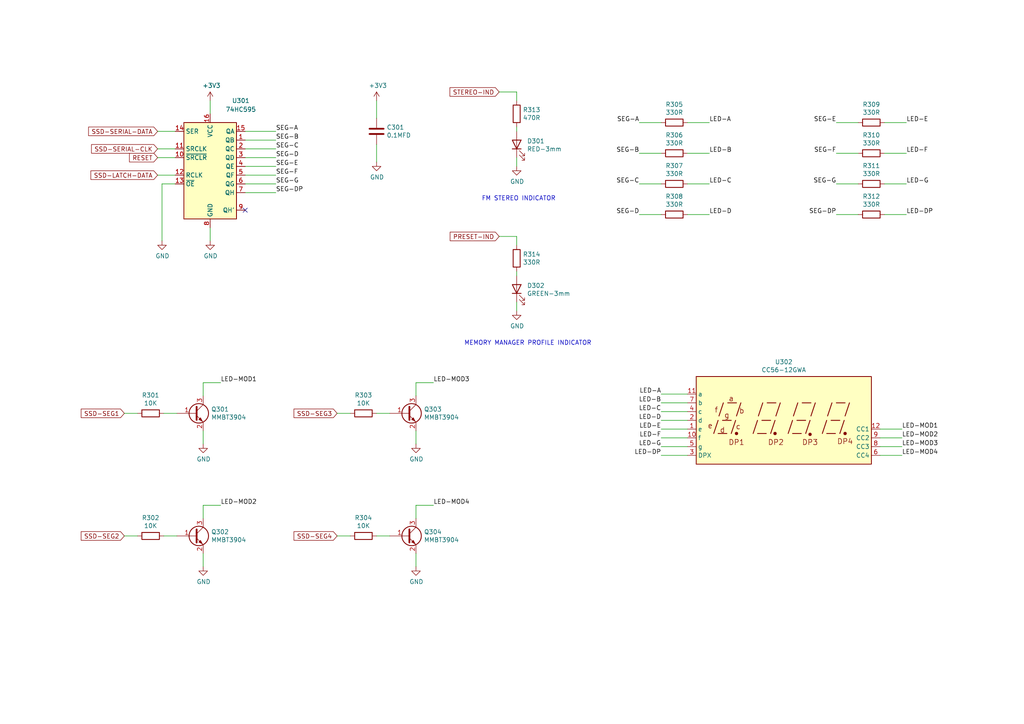
<source format=kicad_sch>
(kicad_sch (version 20231120) (generator "eeschema") (generator_version "8.0")
  (paper "A4")
  (title_block (title "Mini FM Radio Receiver") (date "2020-12-27") (rev "1.0.0") (company "Dilshan R Jayakody (4S6DRJ)") (comment 1 "https://github.com/dilshan/rda5807-fm-radio-module") (comment 2 "jayakody2000lk@gmail.com") (comment 3 "https://jayakody2000lk.blogspot.com"))
  (lib_symbols
    (symbol "74xx:74HC595"
      (property "Reference" "U" (at -7.62 13.97 0))
      (property "Value" "74HC595" (at -7.62 -16.51 0))
      (symbol "74HC595_1_0"
        (pin tri_state line (at 10.16 7.62 180) (length 2.54) (name "QB") (number "1"))
        (pin input line (at -10.16 2.54 0) (length 2.54) (name "~{SRCLR}") (number "10"))
        (pin input line (at -10.16 5.08 0) (length 2.54) (name "SRCLK") (number "11"))
        (pin input line (at -10.16 -2.54 0) (length 2.54) (name "RCLK") (number "12"))
        (pin input line (at -10.16 -5.08 0) (length 2.54) (name "~{OE}") (number "13"))
        (pin input line (at -10.16 10.16 0) (length 2.54) (name "SER") (number "14"))
        (pin tri_state line (at 10.16 10.16 180) (length 2.54) (name "QA") (number "15"))
        (pin power_in line (at 0 15.24 270) (length 2.54) (name "VCC") (number "16"))
        (pin tri_state line (at 10.16 5.08 180) (length 2.54) (name "QC") (number "2"))
        (pin tri_state line (at 10.16 2.54 180) (length 2.54) (name "QD") (number "3"))
        (pin tri_state line (at 10.16 0 180) (length 2.54) (name "QE") (number "4"))
        (pin tri_state line (at 10.16 -2.54 180) (length 2.54) (name "QF") (number "5"))
        (pin tri_state line (at 10.16 -5.08 180) (length 2.54) (name "QG") (number "6"))
        (pin tri_state line (at 10.16 -7.62 180) (length 2.54) (name "QH") (number "7"))
        (pin power_in line (at 0 -17.78 90) (length 2.54) (name "GND") (number "8"))
        (pin output line (at 10.16 -12.7 180) (length 2.54) (name "QH'") (number "9"))
      )
      (symbol "74HC595_1_1"
        (rectangle (start -7.62 12.7) (end 7.62 -15.24) (stroke (width 0.254)) (fill (type background)))
      )
    )
    (symbol "Device:C" (pin_numbers hide) (pin_names (offset 0.254))
      (property "Reference" "C" (at 0.635 2.54 0))
      (property "Value" "C" (at 0.635 -2.54 0))
      (symbol "C_0_1"
        (polyline (pts (xy -2.032 -0.762) (xy 2.032 -0.762)) (stroke (width 0.508)))
        (polyline (pts (xy -2.032 0.762) (xy 2.032 0.762)) (stroke (width 0.508)))
      )
      (symbol "C_1_1"
        (pin passive line (at 0 3.81 270) (length 2.794) (name "~") (number "1"))
        (pin passive line (at 0 -3.81 90) (length 2.794) (name "~") (number "2"))
      )
    )
    (symbol "Device:LED" (pin_numbers hide) (pin_names (offset 1.016) hide)
      (property "Reference" "D" (at 0 2.54 0))
      (property "Value" "LED" (at 0 -2.54 0))
      (symbol "LED_0_1"
        (polyline (pts (xy -1.27 -1.27) (xy -1.27 1.27)) (stroke (width 0.254)))
        (polyline (pts (xy -1.27 0) (xy 1.27 0)))
        (polyline (pts (xy 1.27 -1.27) (xy 1.27 1.27) (xy -1.27 0) (xy 1.27 -1.27)) (stroke (width 0.254)))
        (polyline (pts (xy -3.048 -0.762) (xy -4.572 -2.286) (xy -3.81 -2.286) (xy -4.572 -2.286) (xy -4.572 -1.524)))
        (polyline (pts (xy -1.778 -0.762) (xy -3.302 -2.286) (xy -2.54 -2.286) (xy -3.302 -2.286) (xy -3.302 -1.524)))
      )
      (symbol "LED_1_1"
        (pin passive line (at -3.81 0 0) (length 2.54) (name "K") (number "1"))
        (pin passive line (at 3.81 0 180) (length 2.54) (name "A") (number "2"))
      )
    )
    (symbol "Device:R" (pin_numbers hide) (pin_names (offset 0))
      (property "Reference" "R" (at 2.032 0 90))
      (property "Value" "R" (at 0 0 90))
      (symbol "R_0_1"
        (rectangle (start -1.016 -2.54) (end 1.016 2.54) (stroke (width 0.254)))
      )
      (symbol "R_1_1"
        (pin passive line (at 0 3.81 270) (length 1.27) (name "~") (number "1"))
        (pin passive line (at 0 -3.81 90) (length 1.27) (name "~") (number "2"))
      )
    )
    (symbol "Display_Character:CC56-12GWA"
      (property "Reference" "U" (at -24.13 13.97 0))
      (property "Value" "CC56-12GWA" (at 19.05 13.97 0))
      (symbol "CC56-12GWA_0_0"
        (rectangle (start -25.4 12.7) (end 25.4 -12.7) (stroke (width 0.254)) (fill (type background)))
        (polyline (pts (xy -20.32 -3.81) (xy -19.05 0)) (stroke (width 0.254)))
        (polyline (pts (xy -19.05 -3.81) (xy -16.51 -3.81)) (stroke (width 0.254)))
        (polyline (pts (xy -18.796 1.27) (xy -17.526 5.08)) (stroke (width 0.254)))
        (polyline (pts (xy -17.78 0) (xy -15.24 0)) (stroke (width 0.254)))
        (polyline (pts (xy -16.256 5.08) (xy -13.716 5.08)) (stroke (width 0.254)))
        (polyline (pts (xy -15.24 -3.81) (xy -13.97 0)) (stroke (width 0.254)))
        (polyline (pts (xy -13.716 1.27) (xy -12.446 5.08)) (stroke (width 0.254)))
        (polyline (pts (xy -8.89 -3.81) (xy -7.62 0)) (stroke (width 0.254)))
        (polyline (pts (xy -7.62 -3.81) (xy -5.08 -3.81)) (stroke (width 0.254)))
        (polyline (pts (xy -7.366 1.27) (xy -6.096 5.08)) (stroke (width 0.254)))
        (polyline (pts (xy -6.35 0) (xy -3.81 0)) (stroke (width 0.254)))
        (polyline (pts (xy -4.826 5.08) (xy -2.286 5.08)) (stroke (width 0.254)))
        (polyline (pts (xy -3.81 -3.81) (xy -2.54 0)) (stroke (width 0.254)))
        (polyline (pts (xy -2.286 1.27) (xy -1.016 5.08)) (stroke (width 0.254)))
        (polyline (pts (xy 1.27 -3.81) (xy 2.54 0)) (stroke (width 0.254)))
        (polyline (pts (xy 2.54 -3.81) (xy 5.08 -3.81)) (stroke (width 0.254)))
        (polyline (pts (xy 2.794 1.27) (xy 4.064 5.08)) (stroke (width 0.254)))
        (polyline (pts (xy 3.81 0) (xy 6.35 0)) (stroke (width 0.254)))
        (polyline (pts (xy 5.334 5.08) (xy 7.874 5.08)) (stroke (width 0.254)))
        (polyline (pts (xy 6.35 -3.81) (xy 7.62 0)) (stroke (width 0.254)))
        (polyline (pts (xy 7.874 1.27) (xy 9.144 5.08)) (stroke (width 0.254)))
        (polyline (pts (xy 11.176 -3.81) (xy 12.446 0)) (stroke (width 0.254)))
        (polyline (pts (xy 12.446 -3.81) (xy 14.986 -3.81)) (stroke (width 0.254)))
        (polyline (pts (xy 12.7 1.27) (xy 13.97 5.08)) (stroke (width 0.254)))
        (polyline (pts (xy 13.716 0) (xy 16.256 0)) (stroke (width 0.254)))
        (polyline (pts (xy 15.24 5.08) (xy 17.78 5.08)) (stroke (width 0.254)))
        (polyline (pts (xy 16.256 -3.81) (xy 17.526 0)) (stroke (width 0.254)))
        (polyline (pts (xy 17.78 1.27) (xy 19.05 5.08)) (stroke (width 0.254)))
        (text "a" (at -15.24 6.35 0) (effects (font (size 1.524 1.524))))
        (text "b" (at -12.192 2.794 0) (effects (font (size 1.524 1.524))))
        (text "c" (at -13.208 -1.778 0) (effects (font (size 1.524 1.524))))
        (text "d" (at -17.78 -2.794 0) (effects (font (size 1.524 1.524))))
        (text "DP1" (at -13.716 -6.35 0) (effects (font (size 1.524 1.524))))
        (text "DP2" (at -2.286 -6.35 0) (effects (font (size 1.524 1.524))))
        (text "DP3" (at 7.62 -6.35 0) (effects (font (size 1.524 1.524))))
        (text "DP4" (at 17.78 -6.096 0) (effects (font (size 1.524 1.524))))
        (text "e" (at -21.336 -1.524 0) (effects (font (size 1.524 1.524))))
        (text "f" (at -19.558 3.048 0) (effects (font (size 1.524 1.524))))
        (text "g" (at -16.51 1.524 0) (effects (font (size 1.524 1.524))))
      )
      (symbol "CC56-12GWA_0_1"
        (circle (center -13.716 -3.81) (radius 0.3556) (stroke (width 0.254)) (fill (type outline)))
        (circle (center -2.54 -3.81) (radius 0.3556) (stroke (width 0.254)) (fill (type outline)))
      )
      (symbol "CC56-12GWA_1_0"
        (circle (center 7.62 -4.064) (radius 0.3556) (stroke (width 0.254)) (fill (type outline)))
        (circle (center 17.78 -3.81) (radius 0.3556) (stroke (width 0.254)) (fill (type outline)))
      )
      (symbol "CC56-12GWA_1_1"
        (pin input line (at -27.94 -2.54 0) (length 2.54) (name "e") (number "1"))
        (pin input line (at -27.94 -5.08 0) (length 2.54) (name "f") (number "10"))
        (pin input line (at -27.94 7.62 0) (length 2.54) (name "a") (number "11"))
        (pin input line (at 27.94 -2.54 180) (length 2.54) (name "CC1") (number "12"))
        (pin input line (at -27.94 0 0) (length 2.54) (name "d") (number "2"))
        (pin input line (at -27.94 -10.16 0) (length 2.54) (name "DPX") (number "3"))
        (pin input line (at -27.94 2.54 0) (length 2.54) (name "c") (number "4"))
        (pin input line (at -27.94 -7.62 0) (length 2.54) (name "g") (number "5"))
        (pin input line (at 27.94 -10.16 180) (length 2.54) (name "CC4") (number "6"))
        (pin input line (at -27.94 5.08 0) (length 2.54) (name "b") (number "7"))
        (pin input line (at 27.94 -7.62 180) (length 2.54) (name "CC3") (number "8"))
        (pin input line (at 27.94 -5.08 180) (length 2.54) (name "CC2") (number "9"))
      )
    )
    (symbol "Transistor_BJT:MMBT3904" (pin_names (offset 0) hide)
      (property "Reference" "Q" (at 5.08 1.905 0))
      (property "Value" "MMBT3904" (at 5.08 0 0))
      (symbol "MMBT3904_0_1"
        (polyline (pts (xy 0.635 0.635) (xy 2.54 2.54)))
        (polyline (pts (xy 0.635 -0.635) (xy 2.54 -2.54) (xy 2.54 -2.54)))
        (polyline (pts (xy 0.635 1.905) (xy 0.635 -1.905) (xy 0.635 -1.905)) (stroke (width 0.508)))
        (polyline (pts (xy 1.27 -1.778) (xy 1.778 -1.27) (xy 2.286 -2.286) (xy 1.27 -1.778) (xy 1.27 -1.778)) (fill (type outline)))
        (circle (center 1.27 0) (radius 2.8194) (stroke (width 0.254)))
      )
      (symbol "MMBT3904_1_1"
        (pin input line (at -5.08 0 0) (length 5.715) (name "B") (number "1"))
        (pin passive line (at 2.54 -5.08 90) (length 2.54) (name "E") (number "2"))
        (pin passive line (at 2.54 5.08 270) (length 2.54) (name "C") (number "3"))
      )
    )
    (symbol "power:+3V3" (power) (pin_names (offset 0))
      (property "Value" "+3V3" (at 0 3.556 0))
      (symbol "+3V3_0_1"
        (polyline (pts (xy -0.762 1.27) (xy 0 2.54)))
        (polyline (pts (xy 0 0) (xy 0 2.54)))
        (polyline (pts (xy 0 2.54) (xy 0.762 1.27)))
      )
      (symbol "+3V3_1_1"
        (pin power_in line (at 0 0 90) (length 0) hide (name "+3V3") (number "1"))
      )
    )
    (symbol "power:GND" (power) (pin_names (offset 0))
      (property "Value" "GND" (at 0 -3.81 0))
      (symbol "GND_0_1"
        (polyline (pts (xy 0 0) (xy 0 -1.27) (xy 1.27 -1.27) (xy 0 -2.54) (xy -1.27 -1.27) (xy 0 -1.27)))
      )
      (symbol "GND_1_1"
        (pin power_in line (at 0 0 270) (length 0) hide (name "GND") (number "1"))
      )
    )
  )
  (no_connect (at 71.12 60.96))
  (wire (pts (xy 58.928 124.968) (xy 58.928 128.778)))
  (wire (pts (xy 191.77 62.23) (xy 185.42 62.23)))
  (wire (pts (xy 71.12 43.18) (xy 80.01 43.18)))
  (wire (pts (xy 120.65 150.368) (xy 120.65 146.558)))
  (wire (pts (xy 58.928 110.998) (xy 64.008 110.998)))
  (wire (pts (xy 120.65 110.998) (xy 125.73 110.998)))
  (wire (pts (xy 256.54 62.23) (xy 262.89 62.23)))
  (wire (pts (xy 60.96 66.04) (xy 60.96 69.85)))
  (wire (pts (xy 191.77 44.45) (xy 185.42 44.45)))
  (wire (pts (xy 199.39 116.84) (xy 191.77 116.84)))
  (wire (pts (xy 144.78 68.58) (xy 149.86 68.58)))
  (wire (pts (xy 109.22 41.91) (xy 109.22 46.99)))
  (wire (pts (xy 205.74 44.45) (xy 199.39 44.45)))
  (wire (pts (xy 149.86 78.74) (xy 149.86 80.01)))
  (wire (pts (xy 97.79 119.888) (xy 101.6 119.888)))
  (wire (pts (xy 120.65 160.528) (xy 120.65 164.338)))
  (wire (pts (xy 255.27 124.46) (xy 261.62 124.46)))
  (wire (pts (xy 46.99 69.85) (xy 46.99 53.34)))
  (wire (pts (xy 149.86 45.72) (xy 149.86 48.26)))
  (wire (pts (xy 256.54 53.34) (xy 262.89 53.34)))
  (wire (pts (xy 47.498 155.448) (xy 51.308 155.448)))
  (wire (pts (xy 36.068 119.888) (xy 39.878 119.888)))
  (wire (pts (xy 185.42 53.34) (xy 191.77 53.34)))
  (wire (pts (xy 120.65 124.968) (xy 120.65 128.778)))
  (wire (pts (xy 149.86 68.58) (xy 149.86 71.12)))
  (wire (pts (xy 45.72 38.1) (xy 50.8 38.1)))
  (wire (pts (xy 149.86 36.83) (xy 149.86 38.1)))
  (wire (pts (xy 45.72 50.8) (xy 50.8 50.8)))
  (wire (pts (xy 185.42 35.56) (xy 191.77 35.56)))
  (wire (pts (xy 45.72 43.18) (xy 50.8 43.18)))
  (wire (pts (xy 58.928 150.368) (xy 58.928 146.558)))
  (wire (pts (xy 71.12 38.1) (xy 80.01 38.1)))
  (wire (pts (xy 248.92 44.45) (xy 242.57 44.45)))
  (wire (pts (xy 191.77 124.46) (xy 199.39 124.46)))
  (wire (pts (xy 199.39 132.08) (xy 191.77 132.08)))
  (wire (pts (xy 120.65 114.808) (xy 120.65 110.998)))
  (wire (pts (xy 80.01 45.72) (xy 71.12 45.72)))
  (wire (pts (xy 261.62 127) (xy 255.27 127)))
  (wire (pts (xy 109.22 34.29) (xy 109.22 29.21)))
  (wire (pts (xy 191.77 114.3) (xy 199.39 114.3)))
  (wire (pts (xy 47.498 119.888) (xy 51.308 119.888)))
  (wire (pts (xy 109.22 155.448) (xy 113.03 155.448)))
  (wire (pts (xy 71.12 53.34) (xy 80.01 53.34)))
  (wire (pts (xy 242.57 53.34) (xy 248.92 53.34)))
  (wire (pts (xy 242.57 35.56) (xy 248.92 35.56)))
  (wire (pts (xy 199.39 121.92) (xy 191.77 121.92)))
  (wire (pts (xy 256.54 44.45) (xy 262.89 44.45)))
  (wire (pts (xy 256.54 35.56) (xy 262.89 35.56)))
  (wire (pts (xy 255.27 129.54) (xy 261.62 129.54)))
  (wire (pts (xy 58.928 160.528) (xy 58.928 164.338)))
  (wire (pts (xy 199.39 127) (xy 191.77 127)))
  (wire (pts (xy 199.39 53.34) (xy 205.74 53.34)))
  (wire (pts (xy 144.78 26.67) (xy 149.86 26.67)))
  (wire (pts (xy 60.96 29.21) (xy 60.96 33.02)))
  (wire (pts (xy 80.01 50.8) (xy 71.12 50.8)))
  (wire (pts (xy 191.77 129.54) (xy 199.39 129.54)))
  (wire (pts (xy 199.39 62.23) (xy 205.74 62.23)))
  (wire (pts (xy 261.62 132.08) (xy 255.27 132.08)))
  (wire (pts (xy 58.928 146.558) (xy 64.008 146.558)))
  (wire (pts (xy 191.77 119.38) (xy 199.39 119.38)))
  (wire (pts (xy 149.86 87.63) (xy 149.86 90.17)))
  (wire (pts (xy 109.22 119.888) (xy 113.03 119.888)))
  (wire (pts (xy 71.12 55.88) (xy 80.01 55.88)))
  (wire (pts (xy 97.79 155.448) (xy 101.6 155.448)))
  (wire (pts (xy 120.65 146.558) (xy 125.73 146.558)))
  (wire (pts (xy 149.86 26.67) (xy 149.86 29.21)))
  (wire (pts (xy 248.92 62.23) (xy 242.57 62.23)))
  (wire (pts (xy 199.39 35.56) (xy 205.74 35.56)))
  (wire (pts (xy 46.99 53.34) (xy 50.8 53.34)))
  (wire (pts (xy 80.01 40.64) (xy 71.12 40.64)))
  (wire (pts (xy 71.12 48.26) (xy 80.01 48.26)))
  (wire (pts (xy 36.068 155.448) (xy 39.878 155.448)))
  (wire (pts (xy 58.928 114.808) (xy 58.928 110.998)))
  (wire (pts (xy 45.72 45.72) (xy 50.8 45.72)))
  (text "MEMORY MANAGER PROFILE INDICATOR" (at 134.62 100.33 0) (effects (font (size 1.27 1.27)) (justify left bottom)))
  (text "FM STEREO INDICATOR" (at 139.7 58.42 0) (effects (font (size 1.27 1.27)) (justify left bottom)))
  (label "LED-MOD2" (at 64.008 146.558 0))
  (label "LED-MOD4" (at 125.73 146.558 0))
  (label "LED-MOD4" (at 261.62 132.08 0))
  (label "SEG-DP" (at 242.57 62.23 180))
  (label "SEG-F" (at 80.01 50.8 0))
  (label "LED-DP" (at 191.77 132.08 180))
  (label "SEG-B" (at 185.42 44.45 180))
  (label "SEG-E" (at 242.57 35.56 180))
  (label "SEG-A" (at 80.01 38.1 0))
  (label "LED-C" (at 205.74 53.34 0))
  (label "LED-D" (at 191.77 121.92 180))
  (label "LED-MOD1" (at 261.62 124.46 0))
  (label "LED-MOD3" (at 261.62 129.54 0))
  (label "LED-A" (at 205.74 35.56 0))
  (label "SEG-F" (at 242.57 44.45 180))
  (label "SEG-B" (at 80.01 40.64 0))
  (label "SEG-A" (at 185.42 35.56 180))
  (label "SEG-DP" (at 80.01 55.88 0))
  (label "LED-A" (at 191.77 114.3 180))
  (label "SEG-C" (at 80.01 43.18 0))
  (label "SEG-D" (at 185.42 62.23 180))
  (label "LED-MOD2" (at 261.62 127 0))
  (label "LED-MOD3" (at 125.73 110.998 0))
  (label "SEG-D" (at 80.01 45.72 0))
  (label "LED-G" (at 262.89 53.34 0))
  (label "LED-DP" (at 262.89 62.23 0))
  (label "SEG-E" (at 80.01 48.26 0))
  (label "LED-MOD1" (at 64.008 110.998 0))
  (label "LED-F" (at 191.77 127 180))
  (label "LED-G" (at 191.77 129.54 180))
  (label "LED-E" (at 262.89 35.56 0))
  (label "SEG-G" (at 80.01 53.34 0))
  (label "LED-B" (at 191.77 116.84 180))
  (label "LED-E" (at 191.77 124.46 180))
  (label "LED-F" (at 262.89 44.45 0))
  (label "LED-C" (at 191.77 119.38 180))
  (label "SEG-C" (at 185.42 53.34 180))
  (label "LED-B" (at 205.74 44.45 0))
  (label "LED-D" (at 205.74 62.23 0))
  (label "SEG-G" (at 242.57 53.34 180))
  (global_label "SSD-SERIAL-CLK" (shape input) (at 45.72 43.18 180) (property "Intersheetrefs" "${INTERSHEET_REFS}" (effects (hide yes))))
  (global_label "SSD-LATCH-DATA" (shape input) (at 45.72 50.8 180) (property "Intersheetrefs" "${INTERSHEET_REFS}" (effects (hide yes))))
  (global_label "SSD-SERIAL-DATA" (shape input) (at 45.72 38.1 180) (property "Intersheetrefs" "${INTERSHEET_REFS}" (effects (hide yes))))
  (global_label "STEREO-IND" (shape input) (at 144.78 26.67 180) (property "Intersheetrefs" "${INTERSHEET_REFS}" (effects (hide yes))))
  (global_label "SSD-SEG1" (shape input) (at 36.068 119.888 180) (property "Intersheetrefs" "${INTERSHEET_REFS}" (effects (hide yes))))
  (global_label "SSD-SEG2" (shape input) (at 36.068 155.448 180) (property "Intersheetrefs" "${INTERSHEET_REFS}" (effects (hide yes))))
  (global_label "PRESET-IND" (shape input) (at 144.78 68.58 180) (property "Intersheetrefs" "${INTERSHEET_REFS}" (effects (hide yes))))
  (global_label "SSD-SEG4" (shape input) (at 97.79 155.448 180) (property "Intersheetrefs" "${INTERSHEET_REFS}" (effects (hide yes))))
  (global_label "SSD-SEG3" (shape input) (at 97.79 119.888 180) (property "Intersheetrefs" "${INTERSHEET_REFS}" (effects (hide yes))))
  (global_label "RESET" (shape input) (at 45.72 45.72 180) (property "Intersheetrefs" "${INTERSHEET_REFS}" (effects (hide yes))))
  (symbol (lib_id "Transistor_BJT:MMBT3904") (at 56.388 119.888 0) (unit 1)
    (property "Reference" "Q301" (at 61.2394 118.7196 0) (effects (justify left)))
    (property "Value" "MMBT3904" (at 61.2394 121.031 0) (effects (justify left)))
    (property "Footprint" "Package_TO_SOT_SMD:SOT-23" (effects (hide yes)))
    (property "Datasheet" "https://www.fairchildsemi.com/datasheets/2N/2N3904.pdf" (effects (hide yes)))
  )
  (symbol (lib_id "Device:R") (at 43.688 119.888 270) (unit 1)
    (property "Reference" "R301" (at 43.688 114.6302 90))
    (property "Value" "10K" (at 43.688 116.9416 90))
    (property "Footprint" "Resistor_SMD:R_0805_2012Metric_Pad1.20x1.40mm_HandSolder" (effects (hide yes)))
  )
  (symbol (lib_id "power:GND") (at 58.928 128.778 0) (unit 1)
    (property "Reference" "#PWR0302" (effects (hide yes)))
    (property "Value" "GND" (at 59.055 133.1722 0))
  )
  (symbol (lib_id "Transistor_BJT:MMBT3904") (at 56.388 155.448 0) (unit 1)
    (property "Reference" "Q302" (at 61.2394 154.2796 0) (effects (justify left)))
    (property "Value" "MMBT3904" (at 61.2394 156.591 0) (effects (justify left)))
    (property "Footprint" "Package_TO_SOT_SMD:SOT-23" (effects (hide yes)))
    (property "Datasheet" "https://www.fairchildsemi.com/datasheets/2N/2N3904.pdf" (effects (hide yes)))
  )
  (symbol (lib_id "Device:R") (at 43.688 155.448 270) (unit 1)
    (property "Reference" "R302" (at 43.688 150.1902 90))
    (property "Value" "10K" (at 43.688 152.5016 90))
    (property "Footprint" "Resistor_SMD:R_0805_2012Metric_Pad1.20x1.40mm_HandSolder" (effects (hide yes)))
  )
  (symbol (lib_id "power:GND") (at 58.928 164.338 0) (unit 1)
    (property "Reference" "#PWR0303" (effects (hide yes)))
    (property "Value" "GND" (at 59.055 168.7322 0))
  )
  (symbol (lib_id "Transistor_BJT:MMBT3904") (at 118.11 119.888 0) (unit 1)
    (property "Reference" "Q303" (at 122.9614 118.7196 0) (effects (justify left)))
    (property "Value" "MMBT3904" (at 122.9614 121.031 0) (effects (justify left)))
    (property "Footprint" "Package_TO_SOT_SMD:SOT-23" (effects (hide yes)))
    (property "Datasheet" "https://www.fairchildsemi.com/datasheets/2N/2N3904.pdf" (effects (hide yes)))
  )
  (symbol (lib_id "Device:R") (at 105.41 119.888 270) (unit 1)
    (property "Reference" "R303" (at 105.41 114.6302 90))
    (property "Value" "10K" (at 105.41 116.9416 90))
    (property "Footprint" "Resistor_SMD:R_0805_2012Metric_Pad1.20x1.40mm_HandSolder" (effects (hide yes)))
  )
  (symbol (lib_id "power:GND") (at 120.65 128.778 0) (unit 1)
    (property "Reference" "#PWR0308" (effects (hide yes)))
    (property "Value" "GND" (at 120.777 133.1722 0))
  )
  (symbol (lib_id "Transistor_BJT:MMBT3904") (at 118.11 155.448 0) (unit 1)
    (property "Reference" "Q304" (at 122.9614 154.2796 0) (effects (justify left)))
    (property "Value" "MMBT3904" (at 122.9614 156.591 0) (effects (justify left)))
    (property "Footprint" "Package_TO_SOT_SMD:SOT-23" (effects (hide yes)))
    (property "Datasheet" "https://www.fairchildsemi.com/datasheets/2N/2N3904.pdf" (effects (hide yes)))
  )
  (symbol (lib_id "Device:R") (at 105.41 155.448 270) (unit 1)
    (property "Reference" "R304" (at 105.41 150.1902 90))
    (property "Value" "10K" (at 105.41 152.5016 90))
    (property "Footprint" "Resistor_SMD:R_0805_2012Metric_Pad1.20x1.40mm_HandSolder" (effects (hide yes)))
  )
  (symbol (lib_id "power:GND") (at 120.65 164.338 0) (unit 1)
    (property "Reference" "#PWR0309" (effects (hide yes)))
    (property "Value" "GND" (at 120.777 168.7322 0))
  )
  (symbol (lib_id "74xx:74HC595") (at 60.96 48.26 0) (unit 1)
    (property "Reference" "U301" (at 69.85 29.21 0))
    (property "Value" "74HC595" (at 69.85 31.75 0))
    (property "Footprint" "Package_SO:SOP-16_4.4x10.4mm_P1.27mm" (effects (hide yes)))
    (property "Datasheet" "http://www.ti.com/lit/ds/symlink/sn74hc595.pdf" (effects (hide yes)))
  )
  (symbol (lib_id "Device:C") (at 109.22 38.1 0) (unit 1)
    (property "Reference" "C301" (at 112.141 36.9316 0) (effects (justify left)))
    (property "Value" "0.1MFD" (at 112.141 39.243 0) (effects (justify left)))
    (property "Footprint" "Capacitor_SMD:C_0805_2012Metric_Pad1.18x1.45mm_HandSolder" (effects (hide yes)))
  )
  (symbol (lib_id "power:+3V3") (at 60.96 29.21 0) (unit 1)
    (property "Reference" "#PWR0304" (effects (hide yes)))
    (property "Value" "+3V3" (at 61.341 24.8158 0))
  )
  (symbol (lib_id "power:+3V3") (at 109.22 29.21 0) (unit 1)
    (property "Reference" "#PWR0306" (effects (hide yes)))
    (property "Value" "+3V3" (at 109.601 24.8158 0))
  )
  (symbol (lib_id "power:GND") (at 109.22 46.99 0) (unit 1)
    (property "Reference" "#PWR0307" (effects (hide yes)))
    (property "Value" "GND" (at 109.347 51.3842 0))
  )
  (symbol (lib_id "power:GND") (at 46.99 69.85 0) (unit 1)
    (property "Reference" "#PWR0301" (effects (hide yes)))
    (property "Value" "GND" (at 47.117 74.2442 0))
  )
  (symbol (lib_id "Device:R") (at 195.58 35.56 270) (unit 1)
    (property "Reference" "R305" (at 195.58 30.3022 90))
    (property "Value" "330R" (at 195.58 32.6136 90))
    (property "Footprint" "Resistor_SMD:R_0805_2012Metric_Pad1.20x1.40mm_HandSolder" (effects (hide yes)))
  )
  (symbol (lib_id "Device:R") (at 195.58 44.45 270) (unit 1)
    (property "Reference" "R306" (at 195.58 39.1922 90))
    (property "Value" "330R" (at 195.58 41.5036 90))
    (property "Footprint" "Resistor_SMD:R_0805_2012Metric_Pad1.20x1.40mm_HandSolder" (effects (hide yes)))
  )
  (symbol (lib_id "Device:R") (at 195.58 53.34 270) (unit 1)
    (property "Reference" "R307" (at 195.58 48.0822 90))
    (property "Value" "330R" (at 195.58 50.3936 90))
    (property "Footprint" "Resistor_SMD:R_0805_2012Metric_Pad1.20x1.40mm_HandSolder" (effects (hide yes)))
  )
  (symbol (lib_id "Device:R") (at 195.58 62.23 270) (unit 1)
    (property "Reference" "R308" (at 195.58 56.9722 90))
    (property "Value" "330R" (at 195.58 59.2836 90))
    (property "Footprint" "Resistor_SMD:R_0805_2012Metric_Pad1.20x1.40mm_HandSolder" (effects (hide yes)))
  )
  (symbol (lib_id "Device:R") (at 252.73 35.56 270) (unit 1)
    (property "Reference" "R309" (at 252.73 30.3022 90))
    (property "Value" "330R" (at 252.73 32.6136 90))
    (property "Footprint" "Resistor_SMD:R_0805_2012Metric_Pad1.20x1.40mm_HandSolder" (effects (hide yes)))
  )
  (symbol (lib_id "Device:R") (at 252.73 44.45 270) (unit 1)
    (property "Reference" "R310" (at 252.73 39.1922 90))
    (property "Value" "330R" (at 252.73 41.5036 90))
    (property "Footprint" "Resistor_SMD:R_0805_2012Metric_Pad1.20x1.40mm_HandSolder" (effects (hide yes)))
  )
  (symbol (lib_id "Device:R") (at 252.73 53.34 270) (unit 1)
    (property "Reference" "R311" (at 252.73 48.0822 90))
    (property "Value" "330R" (at 252.73 50.3936 90))
    (property "Footprint" "Resistor_SMD:R_0805_2012Metric_Pad1.20x1.40mm_HandSolder" (effects (hide yes)))
  )
  (symbol (lib_id "Device:R") (at 252.73 62.23 270) (unit 1)
    (property "Reference" "R312" (at 252.73 56.9722 90))
    (property "Value" "330R" (at 252.73 59.2836 90))
    (property "Footprint" "Resistor_SMD:R_0805_2012Metric_Pad1.20x1.40mm_HandSolder" (effects (hide yes)))
  )
  (symbol (lib_id "Display_Character:CC56-12GWA") (at 227.33 121.92 0) (unit 1)
    (property "Reference" "U302" (at 227.33 104.9782 0))
    (property "Value" "CC56-12GWA" (at 227.33 107.2896 0))
    (property "Footprint" "elect-footprints:CC56-12GWA" (effects (hide yes)))
    (property "Datasheet" "http://www.kingbrightusa.com/images/catalog/SPEC/CC56-12GWA.pdf" (effects (hide yes)))
  )
  (symbol (lib_id "power:GND") (at 60.96 69.85 0) (unit 1)
    (property "Reference" "#PWR0305" (effects (hide yes)))
    (property "Value" "GND" (at 61.087 74.2442 0))
  )
  (symbol (lib_id "Device:R") (at 149.86 33.02 0) (unit 1)
    (property "Reference" "R313" (at 151.638 31.8516 0) (effects (justify left)))
    (property "Value" "470R" (at 151.638 34.163 0) (effects (justify left)))
    (property "Footprint" "Resistor_SMD:R_0805_2012Metric_Pad1.20x1.40mm_HandSolder" (effects (hide yes)))
  )
  (symbol (lib_id "Device:LED") (at 149.86 41.91 90) (unit 1)
    (property "Reference" "D301" (at 152.8572 40.9194 90) (effects (justify right)))
    (property "Value" "RED-3mm" (at 152.8572 43.2308 90) (effects (justify right)))
    (property "Footprint" "LED_THT:LED_D3.0mm" (effects (hide yes)))
  )
  (symbol (lib_id "power:GND") (at 149.86 48.26 0) (unit 1)
    (property "Reference" "#PWR0310" (effects (hide yes)))
    (property "Value" "GND" (at 149.987 52.6542 0))
  )
  (symbol (lib_id "Device:R") (at 149.86 74.93 0) (unit 1)
    (property "Reference" "R314" (at 151.638 73.7616 0) (effects (justify left)))
    (property "Value" "330R" (at 151.638 76.073 0) (effects (justify left)))
    (property "Footprint" "Resistor_SMD:R_0805_2012Metric_Pad1.20x1.40mm_HandSolder" (effects (hide yes)))
  )
  (symbol (lib_id "Device:LED") (at 149.86 83.82 90) (unit 1)
    (property "Reference" "D302" (at 152.8572 82.8294 90) (effects (justify right)))
    (property "Value" "GREEN-3mm" (at 152.8572 85.1408 90) (effects (justify right)))
    (property "Footprint" "LED_THT:LED_D3.0mm" (effects (hide yes)))
  )
  (symbol (lib_id "power:GND") (at 149.86 90.17 0) (unit 1)
    (property "Reference" "#PWR0311" (effects (hide yes)))
    (property "Value" "GND" (at 149.987 94.5642 0))
  )
)
</source>
